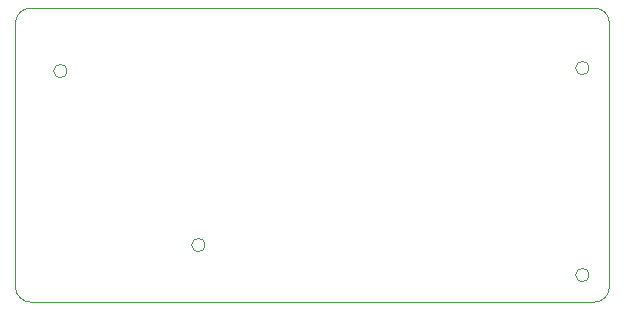
<source format=gbr>
G04 #@! TF.GenerationSoftware,KiCad,Pcbnew,5.1.5+dfsg1-2build2*
G04 #@! TF.CreationDate,2021-06-04T03:42:04+02:00*
G04 #@! TF.ProjectId,circuit8,63697263-7569-4743-982e-6b696361645f,rev?*
G04 #@! TF.SameCoordinates,Original*
G04 #@! TF.FileFunction,Profile,NP*
%FSLAX46Y46*%
G04 Gerber Fmt 4.6, Leading zero omitted, Abs format (unit mm)*
G04 Created by KiCad (PCBNEW 5.1.5+dfsg1-2build2) date 2021-06-04 03:42:04*
%MOMM*%
%LPD*%
G04 APERTURE LIST*
%ADD10C,0.100000*%
G04 APERTURE END LIST*
D10*
X39175961Y-43180000D02*
G75*
G03X39175961Y-43180000I-567961J0D01*
G01*
X27491961Y-28448000D02*
G75*
G03X27491961Y-28448000I-567961J0D01*
G01*
X71687961Y-28194000D02*
G75*
G03X71687961Y-28194000I-567961J0D01*
G01*
X24384000Y-23114000D02*
X72136000Y-23114000D01*
X23114000Y-46736000D02*
X23114000Y-24384000D01*
X72136000Y-48006000D02*
X24384000Y-48006000D01*
X73406000Y-24384000D02*
X73406000Y-46736000D01*
X73406000Y-46736000D02*
G75*
G02X72136000Y-48006000I-1270000J0D01*
G01*
X24384000Y-48006000D02*
G75*
G02X23114000Y-46736000I0J1270000D01*
G01*
X23114000Y-24384000D02*
G75*
G02X24384000Y-23114000I1270000J0D01*
G01*
X72136000Y-23114000D02*
G75*
G02X73406000Y-24384000I0J-1270000D01*
G01*
X71687961Y-45720000D02*
G75*
G03X71687961Y-45720000I-567961J0D01*
G01*
M02*

</source>
